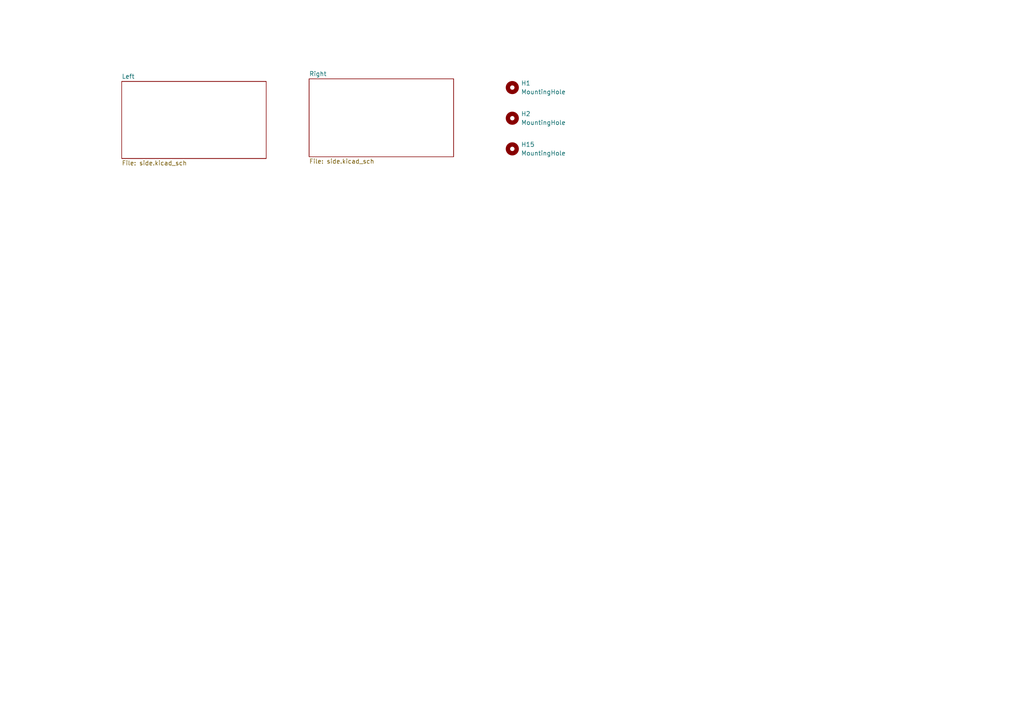
<source format=kicad_sch>
(kicad_sch (version 20250114) (generator "eeschema") (generator_version "9.0")
  (paper "A4")
  (lib_symbols
    (symbol "Mechanical:MountingHole" (pin_names (offset 1.016)) (exclude_from_sim yes) (in_bom no)
      (property "Reference" "H" (at 0 5.08 0))
      (property "Value" "MountingHole" (at 0 3.175 0))
      (symbol "MountingHole_0_1"
        (circle (center 0 0) (radius 1.27) (stroke (width 1.27)))
      )
    )
  )
  (symbol (lib_id "Mechanical:MountingHole") (at 148.59 34.29 0) (unit 1) (exclude_from_sim yes) (in_bom no)
    (property "Reference" "H2" (at 151.13 33.0199 0) (effects (justify left)))
    (property "Value" "MountingHole" (at 151.13 35.5599 0) (effects (justify left)))
    (property "Footprint" "Panelization:mouse-bite-3mm-slot" (effects (hide yes)))
    (property "Description" "Mounting Hole without connection" (effects (hide yes)))
  )
  (symbol (lib_id "Mechanical:MountingHole") (at 148.59 25.4 0) (unit 1) (exclude_from_sim yes) (in_bom no)
    (property "Reference" "H1" (at 151.13 24.1299 0) (effects (justify left)))
    (property "Value" "MountingHole" (at 151.13 26.6699 0) (effects (justify left)))
    (property "Footprint" "Panelization:mouse-bite-3mm-slot" (effects (hide yes)))
    (property "Description" "Mounting Hole without connection" (effects (hide yes)))
  )
  (symbol (lib_id "Mechanical:MountingHole") (at 148.59 43.18 0) (unit 1) (exclude_from_sim yes) (in_bom no)
    (property "Reference" "H15" (at 151.13 41.9099 0) (effects (justify left)))
    (property "Value" "MountingHole" (at 151.13 44.4499 0) (effects (justify left)))
    (property "Footprint" "Panelization:mouse-bite-3mm-slot" (effects (hide yes)))
    (property "Description" "Mounting Hole without connection" (effects (hide yes)))
  )
  (sheet (at 35.306 23.622) (size 41.91 22.352) (stroke (width 0.1524))
    (property "Sheetname" "Left" (at 35.306 22.9104 0) (effects (justify left bottom)))
    (property "Sheetfile" "side.kicad_sch" (at 35.306 46.5586 0) (effects (justify left top)))
  )
  (sheet (at 89.662 22.86) (size 41.91 22.606) (stroke (width 0.1524))
    (property "Sheetname" "Right" (at 89.662 22.1484 0) (effects (justify left bottom)))
    (property "Sheetfile" "side.kicad_sch" (at 89.662 46.0506 0) (effects (justify left top)))
  )
)
</source>
